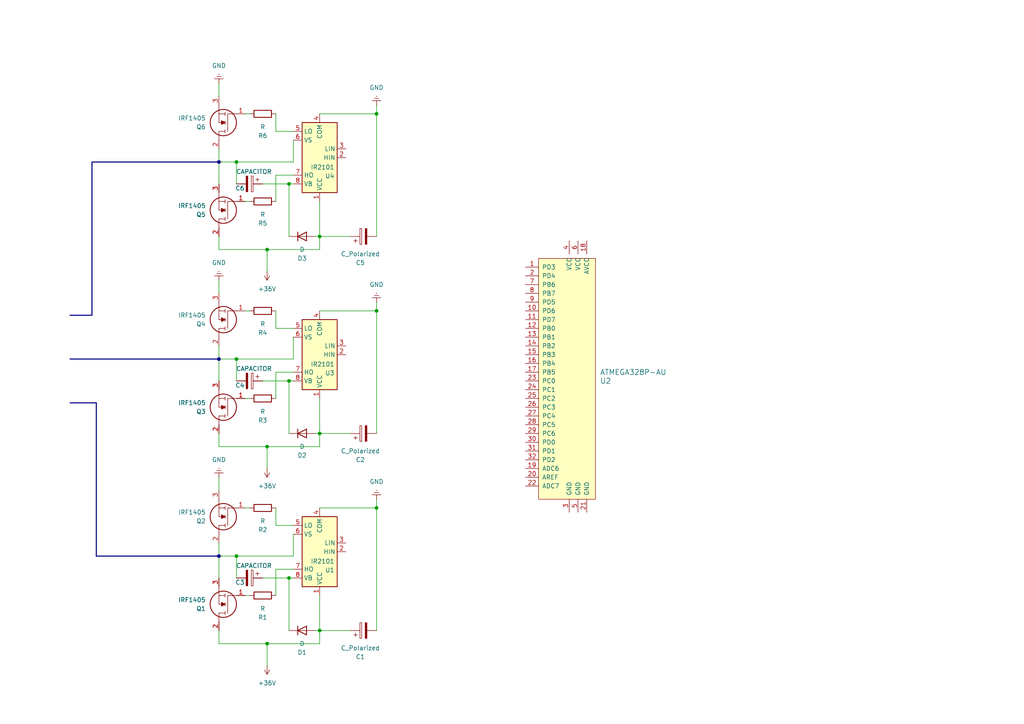
<source format=kicad_sch>
(kicad_sch (version 20250114) (generator "eeschema") (generator_version "9.0")
  (paper "A4")
  (lib_symbols
    (symbol "Device:C_Polarized" (pin_numbers (hide yes)) (pin_names (offset 0.254))
      (property "Reference" "C" (at 0.635 2.54 0))
      (property "Value" "C_Polarized" (at 0.635 -2.54 0))
      (symbol "C_Polarized_0_1"
        (rectangle (start -2.286 0.508) (end 2.286 1.016))
        (polyline (pts (xy -1.778 2.286) (xy -0.762 2.286)))
        (polyline (pts (xy -1.27 2.794) (xy -1.27 1.778)))
        (rectangle (start 2.286 -0.508) (end -2.286 -1.016) (fill (type outline)))
      )
      (symbol "C_Polarized_1_1"
        (pin passive line (at 0 3.81 270) (length 2.794) (name "~") (number "1"))
        (pin passive line (at 0 -3.81 90) (length 2.794) (name "~") (number "2"))
      )
    )
    (symbol "Device:D" (pin_numbers (hide yes)) (pin_names (offset 1.016) (hide yes))
      (property "Reference" "D" (at 0 2.54 0))
      (property "Value" "D" (at 0 -2.54 0))
      (symbol "D_0_1"
        (polyline (pts (xy -1.27 1.27) (xy -1.27 -1.27)) (stroke (width 0.254)))
        (polyline (pts (xy 1.27 1.27) (xy 1.27 -1.27) (xy -1.27 0) (xy 1.27 1.27)) (stroke (width 0.254)))
        (polyline (pts (xy 1.27 0) (xy -1.27 0)))
      )
      (symbol "D_1_1"
        (pin passive line (at -3.81 0 0) (length 2.54) (name "K") (number "1"))
        (pin passive line (at 3.81 0 180) (length 2.54) (name "A") (number "2"))
      )
    )
    (symbol "Device:R" (pin_numbers (hide yes)) (pin_names (offset 0))
      (property "Reference" "R" (at 2.032 0 90))
      (property "Value" "R" (at 0 0 90))
      (symbol "R_0_1"
        (rectangle (start -1.016 -2.54) (end 1.016 2.54) (stroke (width 0.254)))
      )
      (symbol "R_1_1"
        (pin passive line (at 0 3.81 270) (length 1.27) (name "~") (number "1"))
        (pin passive line (at 0 -3.81 90) (length 1.27) (name "~") (number "2"))
      )
    )
    (symbol "Driver_FET:IR2101"
      (property "Reference" "U" (at 1.27 13.335 0))
      (property "Value" "IR2101" (at 1.27 11.43 0))
      (symbol "IR2101_0_1"
        (rectangle (start -5.08 -10.16) (end 5.08 10.16) (stroke (width 0.254)) (fill (type background)))
      )
      (symbol "IR2101_1_1"
        (pin input line (at -7.62 0 0) (length 2.54) (name "HIN") (number "2"))
        (pin input line (at -7.62 -2.54 0) (length 2.54) (name "LIN") (number "3"))
        (pin power_in line (at 0 12.7 270) (length 2.54) (name "VCC") (number "1"))
        (pin power_in line (at 0 -12.7 90) (length 2.54) (name "COM") (number "4"))
        (pin passive line (at 7.62 7.62 180) (length 2.54) (name "VB") (number "8"))
        (pin output line (at 7.62 5.08 180) (length 2.54) (name "HO") (number "7"))
        (pin passive line (at 7.62 -5.08 180) (length 2.54) (name "VS") (number "6"))
        (pin output line (at 7.62 -7.62 180) (length 2.54) (name "LO") (number "5"))
      )
    )
    (symbol "IRF1405:IRF1405" (pin_names (offset 0.762))
      (property "Reference" "Q" (at 11.43 3.81 0))
      (property "Value" "IRF1405" (at 11.43 1.27 0))
      (symbol "IRF1405_0_0"
        (pin passive line (at 0 0 0) (length 2.54) (name "~") (number "1"))
        (pin passive line (at 7.62 10.16 270) (length 2.54) (name "~") (number "2"))
        (pin passive line (at 7.62 -5.08 90) (length 2.54) (name "~") (number "3"))
      )
      (symbol "IRF1405_0_1"
        (polyline (pts (xy 2.54 0) (xy 5.08 0) (xy 5.08 5.08)) (stroke (width 0.1524)))
        (polyline (pts (xy 5.842 5.588) (xy 5.842 4.572)) (stroke (width 0.1524)))
        (polyline (pts (xy 5.842 2.54) (xy 6.858 3.048) (xy 6.858 2.032) (xy 5.842 2.54)) (stroke (width 0.254)) (fill (type outline)))
        (polyline (pts (xy 5.842 2.032) (xy 5.842 3.048)) (stroke (width 0.1524)))
        (polyline (pts (xy 5.842 0) (xy 7.62 0)) (stroke (width 0.1524)))
        (polyline (pts (xy 5.842 -0.508) (xy 5.842 0.508)) (stroke (width 0.1524)))
        (circle (center 6.35 2.54) (radius 3.81) (stroke (width 0.254)))
        (polyline (pts (xy 7.62 5.08) (xy 5.842 5.08)) (stroke (width 0.1524)))
        (polyline (pts (xy 7.62 5.08) (xy 7.62 7.62)) (stroke (width 0.1524)))
        (polyline (pts (xy 7.62 2.54) (xy 5.842 2.54)) (stroke (width 0.1524)))
        (polyline (pts (xy 7.62 2.54) (xy 7.62 -2.54)) (stroke (width 0.1524)))
      )
    )
    (symbol "dk_Embedded-Microcontrollers:ATMEGA328P-AU" (pin_names (offset 1.016))
      (property "Reference" "U" (at -8.89 38.1 0))
      (property "Value" "ATMEGA328P-AU" (at 2.54 1.27 90))
      (symbol "ATMEGA328P-AU_0_1"
        (rectangle (start -8.89 35.56) (end 7.62 -34.29) (fill (type background)))
      )
      (symbol "ATMEGA328P-AU_1_1"
        (pin bidirectional line (at -12.7 33.02 0) (length 3.81) (name "PD3") (number "1"))
        (pin bidirectional line (at -12.7 30.48 0) (length 3.81) (name "PD4") (number "2"))
        (pin bidirectional line (at -12.7 27.94 0) (length 3.81) (name "PB6") (number "7"))
        (pin bidirectional line (at -12.7 25.4 0) (length 3.81) (name "PB7") (number "8"))
        (pin bidirectional line (at -12.7 22.86 0) (length 3.81) (name "PD5") (number "9"))
        (pin bidirectional line (at -12.7 20.32 0) (length 3.81) (name "PD6") (number "10"))
        (pin bidirectional line (at -12.7 17.78 0) (length 3.81) (name "PD7") (number "11"))
        (pin bidirectional line (at -12.7 15.24 0) (length 3.81) (name "PB0") (number "12"))
        (pin bidirectional line (at -12.7 12.7 0) (length 3.81) (name "PB1") (number "13"))
        (pin bidirectional line (at -12.7 10.16 0) (length 3.81) (name "PB2") (number "14"))
        (pin bidirectional line (at -12.7 7.62 0) (length 3.81) (name "PB3") (number "15"))
        (pin bidirectional line (at -12.7 5.08 0) (length 3.81) (name "PB4") (number "16"))
        (pin bidirectional line (at -12.7 2.54 0) (length 3.81) (name "PB5") (number "17"))
        (pin bidirectional line (at -12.7 0 0) (length 3.81) (name "PC0") (number "23"))
        (pin bidirectional line (at -12.7 -2.54 0) (length 3.81) (name "PC1") (number "24"))
        (pin bidirectional line (at -12.7 -5.08 0) (length 3.81) (name "PC2") (number "25"))
        (pin bidirectional line (at -12.7 -7.62 0) (length 3.81) (name "PC3") (number "26"))
        (pin bidirectional line (at -12.7 -10.16 0) (length 3.81) (name "PC4") (number "27"))
        (pin bidirectional line (at -12.7 -12.7 0) (length 3.81) (name "PC5") (number "28"))
        (pin bidirectional line (at -12.7 -15.24 0) (length 3.81) (name "PC6") (number "29"))
        (pin bidirectional line (at -12.7 -17.78 0) (length 3.81) (name "PD0") (number "30"))
        (pin bidirectional line (at -12.7 -20.32 0) (length 3.81) (name "PD1") (number "31"))
        (pin bidirectional line (at -12.7 -22.86 0) (length 3.81) (name "PD2") (number "32"))
        (pin input line (at -12.7 -25.4 0) (length 3.81) (name "ADC6") (number "19"))
        (pin input line (at -12.7 -27.94 0) (length 3.81) (name "AREF") (number "20"))
        (pin input line (at -12.7 -30.48 0) (length 3.81) (name "ADC7") (number "22"))
        (pin power_in line (at 0 40.64 270) (length 3.81) (name "VCC") (number "4"))
        (pin power_in line (at 0 -38.1 90) (length 3.81) (name "GND") (number "3"))
        (pin power_in line (at 2.54 40.64 270) (length 3.81) (name "VCC") (number "6"))
        (pin power_in line (at 2.54 -38.1 90) (length 3.81) (name "GND") (number "5"))
        (pin power_in line (at 5.08 40.64 270) (length 3.81) (name "AVCC") (number "18"))
        (pin power_in line (at 5.08 -38.1 90) (length 3.81) (name "GND") (number "21"))
      )
    )
    (symbol "power:+36V" (power) (pin_numbers (hide yes)) (pin_names (offset 0) (hide yes))
      (property "Value" "+36V" (at 0 3.556 0))
      (symbol "+36V_0_1"
        (polyline (pts (xy -0.762 1.27) (xy 0 2.54)))
        (polyline (pts (xy 0 2.54) (xy 0.762 1.27)))
        (polyline (pts (xy 0 0) (xy 0 2.54)))
      )
      (symbol "+36V_1_1"
        (pin power_in line (at 0 0 90) (length 0) (name "~") (number "1"))
      )
    )
    (symbol "power:Earth" (power) (pin_numbers (hide yes)) (pin_names (offset 0) (hide yes))
      (property "Value" "Earth" (at 0 -3.81 0))
      (symbol "Earth_0_1"
        (polyline (pts (xy -0.635 -1.905) (xy 0.635 -1.905)))
        (polyline (pts (xy -0.127 -2.54) (xy 0.127 -2.54)))
        (polyline (pts (xy 0 -1.27) (xy 0 0)))
        (polyline (pts (xy 1.27 -1.27) (xy -1.27 -1.27)))
      )
      (symbol "Earth_1_1"
        (pin power_in line (at 0 0 270) (length 0) (name "~") (number "1"))
      )
    )
  )
  (junction (at 109.22 147.32))
  (junction (at 63.5 104.14))
  (junction (at 83.82 110.49))
  (junction (at 109.22 33.02))
  (junction (at 63.5 161.29))
  (junction (at 83.82 53.34))
  (junction (at 68.58 161.29))
  (junction (at 109.22 90.17))
  (junction (at 92.71 182.88))
  (junction (at 83.82 167.64))
  (junction (at 92.71 68.58))
  (junction (at 77.47 186.69))
  (junction (at 77.47 72.39))
  (junction (at 68.58 46.99))
  (junction (at 68.58 104.14))
  (junction (at 63.5 46.99))
  (junction (at 77.47 129.54))
  (junction (at 92.71 125.73))
  (wire (pts (xy 101.6 125.73) (xy 92.71 125.73)))
  (wire (pts (xy 109.22 33.02) (xy 92.71 33.02)))
  (wire (pts (xy 80.01 38.1) (xy 80.01 33.02)))
  (wire (pts (xy 101.6 182.88) (xy 92.71 182.88)))
  (wire (pts (xy 72.39 115.57) (xy 71.12 115.57)))
  (wire (pts (xy 68.58 46.99) (xy 63.5 46.99)))
  (bus (pts (xy 20.32 91.44) (xy 26.67 91.44)))
  (wire (pts (xy 85.09 154.94) (xy 85.09 161.29)))
  (wire (pts (xy 85.09 97.79) (xy 85.09 104.14)))
  (wire (pts (xy 63.5 186.69) (xy 63.5 182.88)))
  (wire (pts (xy 91.44 68.58) (xy 92.71 68.58)))
  (wire (pts (xy 80.01 152.4) (xy 80.01 147.32)))
  (wire (pts (xy 83.82 167.64) (xy 76.2 167.64)))
  (bus (pts (xy 26.67 46.99) (xy 26.67 91.44)))
  (wire (pts (xy 83.82 68.58) (xy 83.82 53.34)))
  (wire (pts (xy 63.5 104.14) (xy 63.5 100.33)))
  (wire (pts (xy 72.39 172.72) (xy 71.12 172.72)))
  (wire (pts (xy 92.71 182.88) (xy 92.71 172.72)))
  (bus (pts (xy 27.94 116.84) (xy 20.32 116.84)))
  (wire (pts (xy 92.71 72.39) (xy 92.71 68.58)))
  (bus (pts (xy 20.32 104.14) (xy 63.5 104.14)))
  (wire (pts (xy 85.09 161.29) (xy 68.58 161.29)))
  (wire (pts (xy 109.22 68.58) (xy 109.22 33.02)))
  (wire (pts (xy 68.58 53.34) (xy 68.58 46.99)))
  (wire (pts (xy 63.5 142.24) (xy 63.5 138.43)))
  (bus (pts (xy 27.94 161.29) (xy 27.94 116.84)))
  (wire (pts (xy 68.58 110.49) (xy 68.58 104.14)))
  (wire (pts (xy 109.22 147.32) (xy 109.22 144.78)))
  (wire (pts (xy 77.47 186.69) (xy 63.5 186.69)))
  (wire (pts (xy 85.09 110.49) (xy 83.82 110.49)))
  (wire (pts (xy 85.09 40.64) (xy 85.09 46.99)))
  (wire (pts (xy 63.5 72.39) (xy 63.5 68.58)))
  (bus (pts (xy 27.94 161.29) (xy 63.5 161.29)))
  (wire (pts (xy 92.71 186.69) (xy 77.47 186.69)))
  (wire (pts (xy 101.6 68.58) (xy 92.71 68.58)))
  (wire (pts (xy 80.01 58.42) (xy 80.01 50.8)))
  (wire (pts (xy 80.01 95.25) (xy 80.01 90.17)))
  (wire (pts (xy 63.5 167.64) (xy 63.5 161.29)))
  (wire (pts (xy 83.82 182.88) (xy 83.82 167.64)))
  (wire (pts (xy 109.22 33.02) (xy 109.22 30.48)))
  (wire (pts (xy 77.47 72.39) (xy 63.5 72.39)))
  (wire (pts (xy 85.09 104.14) (xy 68.58 104.14)))
  (wire (pts (xy 68.58 104.14) (xy 63.5 104.14)))
  (wire (pts (xy 109.22 182.88) (xy 109.22 147.32)))
  (wire (pts (xy 77.47 129.54) (xy 63.5 129.54)))
  (wire (pts (xy 63.5 110.49) (xy 63.5 104.14)))
  (wire (pts (xy 83.82 125.73) (xy 83.82 110.49)))
  (wire (pts (xy 85.09 95.25) (xy 80.01 95.25)))
  (bus (pts (xy 26.67 46.99) (xy 63.5 46.99)))
  (wire (pts (xy 80.01 107.95) (xy 85.09 107.95)))
  (wire (pts (xy 72.39 58.42) (xy 71.12 58.42)))
  (wire (pts (xy 92.71 68.58) (xy 92.71 58.42)))
  (wire (pts (xy 92.71 129.54) (xy 77.47 129.54)))
  (wire (pts (xy 85.09 46.99) (xy 68.58 46.99)))
  (wire (pts (xy 77.47 78.74) (xy 77.47 72.39)))
  (wire (pts (xy 80.01 165.1) (xy 85.09 165.1)))
  (wire (pts (xy 72.39 33.02) (xy 71.12 33.02)))
  (wire (pts (xy 92.71 72.39) (xy 77.47 72.39)))
  (wire (pts (xy 85.09 167.64) (xy 83.82 167.64)))
  (wire (pts (xy 91.44 125.73) (xy 92.71 125.73)))
  (wire (pts (xy 77.47 193.04) (xy 77.47 186.69)))
  (wire (pts (xy 92.71 129.54) (xy 92.71 125.73)))
  (wire (pts (xy 80.01 50.8) (xy 85.09 50.8)))
  (wire (pts (xy 109.22 90.17) (xy 92.71 90.17)))
  (wire (pts (xy 63.5 161.29) (xy 63.5 157.48)))
  (wire (pts (xy 85.09 38.1) (xy 80.01 38.1)))
  (wire (pts (xy 63.5 53.34) (xy 63.5 46.99)))
  (wire (pts (xy 80.01 115.57) (xy 80.01 107.95)))
  (wire (pts (xy 91.44 182.88) (xy 92.71 182.88)))
  (wire (pts (xy 109.22 90.17) (xy 109.22 87.63)))
  (wire (pts (xy 109.22 147.32) (xy 92.71 147.32)))
  (wire (pts (xy 68.58 167.64) (xy 68.58 161.29)))
  (wire (pts (xy 83.82 110.49) (xy 76.2 110.49)))
  (wire (pts (xy 85.09 152.4) (xy 80.01 152.4)))
  (wire (pts (xy 63.5 129.54) (xy 63.5 125.73)))
  (wire (pts (xy 63.5 46.99) (xy 63.5 43.18)))
  (wire (pts (xy 63.5 27.94) (xy 63.5 24.13)))
  (wire (pts (xy 92.71 125.73) (xy 92.71 115.57)))
  (wire (pts (xy 72.39 147.32) (xy 71.12 147.32)))
  (wire (pts (xy 83.82 53.34) (xy 76.2 53.34)))
  (wire (pts (xy 72.39 90.17) (xy 71.12 90.17)))
  (wire (pts (xy 109.22 125.73) (xy 109.22 90.17)))
  (wire (pts (xy 80.01 172.72) (xy 80.01 165.1)))
  (wire (pts (xy 77.47 135.89) (xy 77.47 129.54)))
  (wire (pts (xy 85.09 53.34) (xy 83.82 53.34)))
  (wire (pts (xy 68.58 161.29) (xy 63.5 161.29)))
  (wire (pts (xy 92.71 186.69) (xy 92.71 182.88)))
  (wire (pts (xy 63.5 85.09) (xy 63.5 81.28)))
  (symbol (lib_id "Device:R") (at 76.2 147.32 270) (unit 1)
    (property "Reference" "R2" (at 76.2 153.67 90))
    (property "Value" "R" (at 76.2 151.13 90))
    (property "Footprint" "Resistor_SMD:R_0201_0603Metric" (effects (hide yes)))
    (property "Description" "Resistor" (effects (hide yes)))
  )
  (symbol (lib_id "Device:D") (at 87.63 68.58 0) (unit 1)
    (property "Reference" "D3" (at 87.63 74.93 0))
    (property "Value" "D" (at 87.63 72.39 0))
    (property "Footprint" "Diode_SMD:D_0201_0603Metric" (effects (hide yes)))
    (property "Description" "Diode" (effects (hide yes)))
    (property "Sim.Device" "D" (effects (hide yes)))
    (property "Sim.Pins" "1=K 2=A" (effects (hide yes)))
  )
  (symbol (lib_id "Device:C_Polarized") (at 72.39 110.49 270) (unit 1)
    (property "Reference" "C4" (at 69.596 111.76 90))
    (property "Value" "CAPACITOR" (at 73.66 106.934 90))
    (property "Footprint" "Capacitor_THT:CP_Radial_D4.0mm_P2.00mm" (effects (hide yes)))
    (property "Description" "Polarized capacitor" (effects (hide yes)))
  )
  (symbol (lib_id "power:+36V") (at 77.47 135.89 180) (unit 1)
    (property "Reference" "#PWR05" (effects (hide yes)))
    (property "Value" "+36V" (at 77.47 140.97 0))
    (property "Description" "Power symbol creates a global label with name \"+36V\"" (effects (hide yes)))
  )
  (symbol (lib_id "Device:R") (at 76.2 33.02 270) (unit 1)
    (property "Reference" "R6" (at 76.2 39.37 90))
    (property "Value" "R" (at 76.2 36.83 90))
    (property "Footprint" "Resistor_SMD:R_0201_0603Metric" (effects (hide yes)))
    (property "Description" "Resistor" (effects (hide yes)))
  )
  (symbol (lib_id "Device:R") (at 76.2 115.57 270) (unit 1)
    (property "Reference" "R3" (at 76.2 121.92 90))
    (property "Value" "R" (at 76.2 119.38 90))
    (property "Footprint" "Resistor_SMD:R_0201_0603Metric" (effects (hide yes)))
    (property "Description" "Resistor" (effects (hide yes)))
  )
  (symbol (lib_id "dk_Embedded-Microcontrollers:ATMEGA328P-AU") (at 165.1 110.49 0) (unit 1)
    (property "Reference" "U2" (at 173.99 110.4901 0) (effects (font (size 1.524 1.524)) (justify left)))
    (property "Value" "ATMEGA328P-AU" (at 173.99 107.9501 0) (effects (font (size 1.524 1.524)) (justify left)))
    (property "Footprint" "digikey-footprints:TQFP-32_7x7mm" (effects (hide yes)))
    (property "Datasheet" "http://www.microchip.com/mymicrochip/filehandler.aspx?ddocname=en608326" (effects (hide yes)))
    (property "Description" "IC MCU 8BIT 32KB FLASH 32TQFP" (effects (hide yes)))
    (property "Digi-Key_PN" "ATMEGA328P-AU-ND" (effects (hide yes)))
    (property "MPN" "ATMEGA328P-AU" (effects (hide yes)))
    (property "Category" "Integrated Circuits (ICs)" (effects (hide yes)))
    (property "Family" "Embedded - Microcontrollers" (effects (hide yes)))
    (property "DK_Datasheet_Link" "http://www.microchip.com/mymicrochip/filehandler.aspx?ddocname=en608326" (effects (hide yes)))
    (property "DK_Detail_Page" "/product-detail/en/microchip-technology/ATMEGA328P-AU/ATMEGA328P-AU-ND/1832260" (effects (hide yes)))
    (property "Description_1" "IC MCU 8BIT 32KB FLASH 32TQFP" (effects (hide yes)))
    (property "Manufacturer" "Microchip Technology" (effects (hide yes)))
    (property "Status" "Active" (effects (hide yes)))
  )
  (symbol (lib_id "power:+36V") (at 77.47 193.04 180) (unit 1)
    (property "Reference" "#PWR02" (effects (hide yes)))
    (property "Value" "+36V" (at 77.47 198.12 0))
    (property "Description" "Power symbol creates a global label with name \"+36V\"" (effects (hide yes)))
  )
  (symbol (lib_id "power:Earth") (at 109.22 144.78 180) (unit 1)
    (property "Reference" "#PWR03" (effects (hide yes)))
    (property "Value" "GND" (at 109.22 139.7 0))
    (property "Description" "Power symbol creates a global label with name \"Earth\"" (effects (hide yes)))
  )
  (symbol (lib_id "Driver_FET:IR2101") (at 92.71 102.87 180) (unit 1)
    (property "Reference" "U3" (at 97.028 108.204 0) (effects (justify left)))
    (property "Value" "IR2101" (at 97.028 105.664 0) (effects (justify left)))
    (property "Footprint" "Package_DIP:DIP-8_W7.62mm_SMDSocket_SmallPads" (effects (hide yes)))
    (property "Datasheet" "https://www.infineon.com/dgdl/ir2101.pdf?fileId=5546d462533600a4015355c7a755166c" (effects (hide yes)))
    (property "Description" "High and Low Side Driver, 600V, 210/360mA, PDIP-8/SOIC-8" (effects (hide yes)))
  )
  (symbol (lib_id "power:Earth") (at 63.5 138.43 180) (unit 1)
    (property "Reference" "#PWR01" (effects (hide yes)))
    (property "Value" "GND" (at 63.5 133.35 0))
    (property "Description" "Power symbol creates a global label with name \"Earth\"" (effects (hide yes)))
  )
  (symbol (lib_id "power:Earth") (at 63.5 24.13 180) (unit 1)
    (property "Reference" "#PWR09" (effects (hide yes)))
    (property "Value" "GND" (at 63.5 19.05 0))
    (property "Description" "Power symbol creates a global label with name \"Earth\"" (effects (hide yes)))
  )
  (symbol (lib_id "power:Earth") (at 63.5 81.28 180) (unit 1)
    (property "Reference" "#PWR06" (effects (hide yes)))
    (property "Value" "GND" (at 63.5 76.2 0))
    (property "Description" "Power symbol creates a global label with name \"Earth\"" (effects (hide yes)))
  )
  (symbol (lib_id "IRF1405:IRF1405") (at 71.12 115.57 180) (unit 1)
    (property "Reference" "Q3" (at 59.69 119.3801 0) (effects (justify left)))
    (property "Value" "IRF1405" (at 59.69 116.8401 0) (effects (justify left)))
    (property "Footprint" "TO254P483X1016X1994-3P" (effects (hide yes)))
    (property "Datasheet" "https://www.infineon.com/dgdl/irf1405pbf.pdf?fileId=5546d462533600a4015355db084a18bb" (effects (hide yes)))
    (property "Description" "N-channel MOSFET,IRF1405 169A 55V" (effects (hide yes)))
    (property "Description_1" "N-channel MOSFET,IRF1405 169A 55V" (effects (hide yes)))
    (property "Height" "4.83" (effects (hide yes)))
    (property "Manufacturer_Name" "Infineon" (effects (hide yes)))
    (property "Manufacturer_Part_Number" "IRF1405" (effects (hide yes)))
  )
  (symbol (lib_id "IRF1405:IRF1405") (at 71.12 172.72 180) (unit 1)
    (property "Reference" "Q1" (at 59.69 176.5301 0) (effects (justify left)))
    (property "Value" "IRF1405" (at 59.69 173.9901 0) (effects (justify left)))
    (property "Footprint" "TO254P483X1016X1994-3P" (effects (hide yes)))
    (property "Datasheet" "https://www.infineon.com/dgdl/irf1405pbf.pdf?fileId=5546d462533600a4015355db084a18bb" (effects (hide yes)))
    (property "Description" "N-channel MOSFET,IRF1405 169A 55V" (effects (hide yes)))
    (property "Description_1" "N-channel MOSFET,IRF1405 169A 55V" (effects (hide yes)))
    (property "Height" "4.83" (effects (hide yes)))
    (property "Manufacturer_Name" "Infineon" (effects (hide yes)))
    (property "Manufacturer_Part_Number" "IRF1405" (effects (hide yes)))
  )
  (symbol (lib_id "Device:R") (at 76.2 58.42 270) (unit 1)
    (property "Reference" "R5" (at 76.2 64.77 90))
    (property "Value" "R" (at 76.2 62.23 90))
    (property "Footprint" "Resistor_SMD:R_0201_0603Metric" (effects (hide yes)))
    (property "Description" "Resistor" (effects (hide yes)))
  )
  (symbol (lib_id "IRF1405:IRF1405") (at 71.12 58.42 180) (unit 1)
    (property "Reference" "Q5" (at 59.69 62.2301 0) (effects (justify left)))
    (property "Value" "IRF1405" (at 59.69 59.6901 0) (effects (justify left)))
    (property "Footprint" "TO254P483X1016X1994-3P" (effects (hide yes)))
    (property "Datasheet" "https://www.infineon.com/dgdl/irf1405pbf.pdf?fileId=5546d462533600a4015355db084a18bb" (effects (hide yes)))
    (property "Description" "N-channel MOSFET,IRF1405 169A 55V" (effects (hide yes)))
    (property "Description_1" "N-channel MOSFET,IRF1405 169A 55V" (effects (hide yes)))
    (property "Height" "4.83" (effects (hide yes)))
    (property "Manufacturer_Name" "Infineon" (effects (hide yes)))
    (property "Manufacturer_Part_Number" "IRF1405" (effects (hide yes)))
  )
  (symbol (lib_id "Device:D") (at 87.63 182.88 0) (unit 1)
    (property "Reference" "D1" (at 87.63 189.23 0))
    (property "Value" "D" (at 87.63 186.69 0))
    (property "Footprint" "Diode_SMD:D_0201_0603Metric" (effects (hide yes)))
    (property "Description" "Diode" (effects (hide yes)))
    (property "Sim.Device" "D" (effects (hide yes)))
    (property "Sim.Pins" "1=K 2=A" (effects (hide yes)))
  )
  (symbol (lib_id "power:+36V") (at 77.47 78.74 180) (unit 1)
    (property "Reference" "#PWR08" (effects (hide yes)))
    (property "Value" "+36V" (at 77.47 83.82 0))
    (property "Description" "Power symbol creates a global label with name \"+36V\"" (effects (hide yes)))
  )
  (symbol (lib_id "Device:C_Polarized") (at 105.41 68.58 90) (unit 1)
    (property "Reference" "C5" (at 104.521 76.2 90))
    (property "Value" "C_Polarized" (at 104.521 73.66 90))
    (property "Footprint" "Capacitor_THT:CP_Radial_D4.0mm_P2.00mm" (effects (hide yes)))
    (property "Description" "Polarized capacitor" (effects (hide yes)))
  )
  (symbol (lib_id "Device:C_Polarized") (at 72.39 167.64 270) (unit 1)
    (property "Reference" "C3" (at 69.596 168.91 90))
    (property "Value" "CAPACITOR" (at 73.66 164.084 90))
    (property "Footprint" "Capacitor_THT:CP_Radial_D4.0mm_P2.00mm" (effects (hide yes)))
    (property "Description" "Polarized capacitor" (effects (hide yes)))
  )
  (symbol (lib_id "Device:C_Polarized") (at 105.41 125.73 90) (unit 1)
    (property "Reference" "C2" (at 104.521 133.35 90))
    (property "Value" "C_Polarized" (at 104.521 130.81 90))
    (property "Footprint" "Capacitor_THT:CP_Radial_D4.0mm_P2.00mm" (effects (hide yes)))
    (property "Description" "Polarized capacitor" (effects (hide yes)))
  )
  (symbol (lib_id "Driver_FET:IR2101") (at 92.71 45.72 180) (unit 1)
    (property "Reference" "U4" (at 97.028 51.054 0) (effects (justify left)))
    (property "Value" "IR2101" (at 97.028 48.514 0) (effects (justify left)))
    (property "Footprint" "Package_DIP:DIP-8_W7.62mm_SMDSocket_SmallPads" (effects (hide yes)))
    (property "Datasheet" "https://www.infineon.com/dgdl/ir2101.pdf?fileId=5546d462533600a4015355c7a755166c" (effects (hide yes)))
    (property "Description" "High and Low Side Driver, 600V, 210/360mA, PDIP-8/SOIC-8" (effects (hide yes)))
  )
  (symbol (lib_id "Device:D") (at 87.63 125.73 0) (unit 1)
    (property "Reference" "D2" (at 87.63 132.08 0))
    (property "Value" "D" (at 87.63 129.54 0))
    (property "Footprint" "Diode_SMD:D_0201_0603Metric" (effects (hide yes)))
    (property "Description" "Diode" (effects (hide yes)))
    (property "Sim.Device" "D" (effects (hide yes)))
    (property "Sim.Pins" "1=K 2=A" (effects (hide yes)))
  )
  (symbol (lib_id "Device:R") (at 76.2 90.17 270) (unit 1)
    (property "Reference" "R4" (at 76.2 96.52 90))
    (property "Value" "R" (at 76.2 93.98 90))
    (property "Footprint" "Resistor_SMD:R_0201_0603Metric" (effects (hide yes)))
    (property "Description" "Resistor" (effects (hide yes)))
  )
  (symbol (lib_id "Device:R") (at 76.2 172.72 270) (unit 1)
    (property "Reference" "R1" (at 76.2 179.07 90))
    (property "Value" "R" (at 76.2 176.53 90))
    (property "Footprint" "Resistor_SMD:R_0201_0603Metric" (effects (hide yes)))
    (property "Description" "Resistor" (effects (hide yes)))
  )
  (symbol (lib_id "power:Earth") (at 109.22 87.63 180) (unit 1)
    (property "Reference" "#PWR04" (effects (hide yes)))
    (property "Value" "GND" (at 109.22 82.55 0))
    (property "Description" "Power symbol creates a global label with name \"Earth\"" (effects (hide yes)))
  )
  (symbol (lib_id "IRF1405:IRF1405") (at 71.12 90.17 180) (unit 1)
    (property "Reference" "Q4" (at 59.69 93.9801 0) (effects (justify left)))
    (property "Value" "IRF1405" (at 59.69 91.4401 0) (effects (justify left)))
    (property "Footprint" "TO254P483X1016X1994-3P" (effects (hide yes)))
    (property "Datasheet" "https://www.infineon.com/dgdl/irf1405pbf.pdf?fileId=5546d462533600a4015355db084a18bb" (effects (hide yes)))
    (property "Description" "N-channel MOSFET,IRF1405 169A 55V" (effects (hide yes)))
    (property "Description_1" "N-channel MOSFET,IRF1405 169A 55V" (effects (hide yes)))
    (property "Height" "4.83" (effects (hide yes)))
    (property "Manufacturer_Name" "Infineon" (effects (hide yes)))
    (property "Manufacturer_Part_Number" "IRF1405" (effects (hide yes)))
  )
  (symbol (lib_id "power:Earth") (at 109.22 30.48 180) (unit 1)
    (property "Reference" "#PWR07" (effects (hide yes)))
    (property "Value" "GND" (at 109.22 25.4 0))
    (property "Description" "Power symbol creates a global label with name \"Earth\"" (effects (hide yes)))
  )
  (symbol (lib_id "Device:C_Polarized") (at 105.41 182.88 90) (unit 1)
    (property "Reference" "C1" (at 104.521 190.5 90))
    (property "Value" "C_Polarized" (at 104.521 187.96 90))
    (property "Footprint" "Capacitor_THT:CP_Radial_D4.0mm_P2.00mm" (effects (hide yes)))
    (property "Description" "Polarized capacitor" (effects (hide yes)))
  )
  (symbol (lib_id "IRF1405:IRF1405") (at 71.12 33.02 180) (unit 1)
    (property "Reference" "Q6" (at 59.69 36.8301 0) (effects (justify left)))
    (property "Value" "IRF1405" (at 59.69 34.2901 0) (effects (justify left)))
    (property "Footprint" "TO254P483X1016X1994-3P" (effects (hide yes)))
    (property "Datasheet" "https://www.infineon.com/dgdl/irf1405pbf.pdf?fileId=5546d462533600a4015355db084a18bb" (effects (hide yes)))
    (property "Description" "N-channel MOSFET,IRF1405 169A 55V" (effects (hide yes)))
    (property "Description_1" "N-channel MOSFET,IRF1405 169A 55V" (effects (hide yes)))
    (property "Height" "4.83" (effects (hide yes)))
    (property "Manufacturer_Name" "Infineon" (effects (hide yes)))
    (property "Manufacturer_Part_Number" "IRF1405" (effects (hide yes)))
  )
  (symbol (lib_id "IRF1405:IRF1405") (at 71.12 147.32 180) (unit 1)
    (property "Reference" "Q2" (at 59.69 151.1301 0) (effects (justify left)))
    (property "Value" "IRF1405" (at 59.69 148.5901 0) (effects (justify left)))
    (property "Footprint" "TO254P483X1016X1994-3P" (effects (hide yes)))
    (property "Datasheet" "https://www.infineon.com/dgdl/irf1405pbf.pdf?fileId=5546d462533600a4015355db084a18bb" (effects (hide yes)))
    (property "Description" "N-channel MOSFET,IRF1405 169A 55V" (effects (hide yes)))
    (property "Description_1" "N-channel MOSFET,IRF1405 169A 55V" (effects (hide yes)))
    (property "Height" "4.83" (effects (hide yes)))
    (property "Manufacturer_Name" "Infineon" (effects (hide yes)))
    (property "Manufacturer_Part_Number" "IRF1405" (effects (hide yes)))
  )
  (symbol (lib_id "Device:C_Polarized") (at 72.39 53.34 270) (unit 1)
    (property "Reference" "C6" (at 69.596 54.61 90))
    (property "Value" "CAPACITOR" (at 73.66 49.784 90))
    (property "Footprint" "Capacitor_THT:CP_Radial_D4.0mm_P2.00mm" (effects (hide yes)))
    (property "Description" "Polarized capacitor" (effects (hide yes)))
  )
  (symbol (lib_id "Driver_FET:IR2101") (at 92.71 160.02 180) (unit 1)
    (property "Reference" "U1" (at 97.028 165.354 0) (effects (justify left)))
    (property "Value" "IR2101" (at 97.028 162.814 0) (effects (justify left)))
    (property "Footprint" "Package_DIP:DIP-8_W7.62mm_SMDSocket_SmallPads" (effects (hide yes)))
    (property "Datasheet" "https://www.infineon.com/dgdl/ir2101.pdf?fileId=5546d462533600a4015355c7a755166c" (effects (hide yes)))
    (property "Description" "High and Low Side Driver, 600V, 210/360mA, PDIP-8/SOIC-8" (effects (hide yes)))
  )
)
</source>
